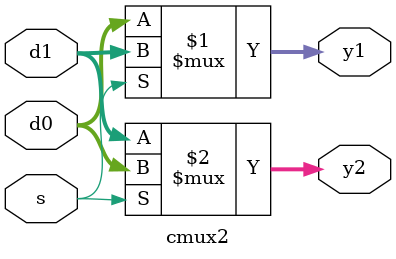
<source format=v>
`timescale 1 ns / 1 ps


module adder(input  [31:0] a, b,
             output [31:0] y);

  assign  y = a + b;
endmodule


module adderc #(parameter WIDTH = 32)
             (input  [WIDTH-1:0] a, b,
              input              cin,
              output [WIDTH-1:0] y,
              output             cout);
 
  assign  {cout, y} = a + b + cin;
endmodule

module eqcmp #(parameter WIDTH = 32)
             (input [WIDTH-1:0] a, b,
              output            eq);

  assign  eq = (a == b);
endmodule

module eqzerocmp #(parameter WIDTH = 32)
                 (input [WIDTH-1:0]  a,
                  output        eq);

  assign  eq = (a == 0);
endmodule

module neqzerocmp #(parameter WIDTH = 32)
                 (input [WIDTH-1:0]  a,
                  output        eq);

  assign  eq = (a != 0);
endmodule

module gtzerocmp #(parameter WIDTH = 32)
                 (input [WIDTH-1:0] a,
                  output       eq);

  assign  eq = ~a[WIDTH-1] & (a[WIDTH-2:0] !== 0);
endmodule

module ltzerocmp #(parameter WIDTH = 32)
                 (input [WIDTH-1:0] a,
                  output       eq);

  assign  eq = a[WIDTH-1];
endmodule

module sl2(input  [31:0] a,
           output [31:0] y);

  
  assign  y = {a[29:0], 2'b00};
endmodule


module signext #(parameter INPUT = 16, OUTPUT = 32)
               (input  [INPUT-1:0] a,
               input  enable,
               output [OUTPUT-1:0] y);
               
  wire extension;
  
  assign  extension = (enable ? a[INPUT-1] : 0);
  assign  y = {{OUTPUT-INPUT{extension}}, a};
endmodule


module floprc #(parameter WIDTH = 8)
              (input                  clk, reset, clear,
               input      [WIDTH-1:0] d, 
               output reg [WIDTH-1:0] q);

  reg [WIDTH-1:0] master;

  always @(clk, reset, d, clear)
    if (clk)  master <= reset ? 0 : (clear ? 0 : d);

  always @(clk, master)
    if (clk)  q <= master;
endmodule

module flopenrc #(parameter WIDTH = 32)
                 (input                  clk, reset,
                  input                  en, clear,
                  input      [WIDTH-1:0] d, 
                  output reg [WIDTH-1:0] q);
 
  reg [WIDTH-1:0] master;

  always @(clk, reset, en, d, q, clear)
    if (clk)  master <= reset ? 0 : (clear ? 0 : (en ? d : q));

  always @(clk, master)
    if (clk)  q <= master;
endmodule

module flopenr #(parameter WIDTH = 32)
                (input                  clk, reset,
                 input                  en,
                 input      [WIDTH-1:0] d, 
                 output reg [WIDTH-1:0] q);
 
  reg [WIDTH-1:0] master;

  always @(clk, reset, en, d, q)
    if (clk)  master <= reset ? 0 : (en ? d : q);

  always @(clk, master)
    if (clk)  q <= master;
endmodule

module flopen #(parameter WIDTH = 32)
               (input                  clk,
                input                  en,
                input      [WIDTH-1:0] d, 
                output reg [WIDTH-1:0] q);
 
  reg [WIDTH-1:0] master;

  always @(clk, en, d, q)
    if (clk)  master <= en ? d : q;

  always @(clk, master)
    if (clk)  q <= master;
endmodule

module flopr #(parameter WIDTH = 32)
              (input                  clk, reset,
               input      [WIDTH-1:0] d, 
               output reg [WIDTH-1:0] q);
 
  reg [WIDTH-1:0] master;

  always @(clk, reset, d)
    if (clk)  master <= reset ? 0 : d;

  always @(clk, master)
    if (clk)  q <= master;
endmodule


module mux2 #(parameter WIDTH = 32)
             (input  [WIDTH-1:0] d0, d1, 
              input              s, 
              output [WIDTH-1:0] y);

  assign  y = s ? d1 : d0; 
endmodule

module mux3 #(parameter WIDTH = 32)
             (input  [WIDTH-1:0] d0, d1, d2,
              input  [1:0]       s, 
              output [WIDTH-1:0] y);

  assign  y = s[1] ? d2 : (s[0] ? d1 : d0); 
endmodule

module mux4 #(parameter WIDTH = 32)
             (input  [WIDTH-1:0] d0, d1, d2, d3,
              input  [1:0]       s, 
              output [WIDTH-1:0] y);

  assign  y = s[1] ? (s[0] ? d3 : d2)
                     : (s[0] ? d1 : d0); 
endmodule

module mux5 #(parameter WIDTH = 32)
             (input  [WIDTH-1:0] d0, d1, d2, d3, d4,
             input   [2:0]  s,
                output  [WIDTH-1:0] y);

  // 101 = d4; 100 = d3; 010 = d2; 001 = d1; 000 = d0

  assign  y = s[2] ? (s[0] ? d4 : d3)
                     : (s[1] ? d2 : (s[0] ? d1 : d0));
endmodule


module dec2 (input  [1:0] x,
             output [3:0] y);

  assign  y = (x[0] ? (x[1] ? 4'b1000 : 4'b0010)
                      : (x[1] ? 4'b0100 : 4'b0001));
endmodule

module dec1 (input        x,
             output [1:0] y);

  assign  y = (x ? 2'b01 : 2'b10);
  endmodule
module and2 #(parameter WIDTH = 32)
             (input  [WIDTH-1:0] a, b,
              output [WIDTH-1:0] y);

  assign  y = a & b;
endmodule

module xor2 #(parameter WIDTH = 32)
             (input  [WIDTH-1:0] a, b,
              output [WIDTH-1:0] y);

  assign  y = a ^ b;
endmodule

module inc #(parameter WIDTH = 32)
            (input  [WIDTH-1:0] a,
             output [WIDTH-1:0] y,
             output             cout);
 
  assign  {cout, y} = a + 1'b1;
endmodule

module zerodetect #(parameter WIDTH = 32)
             (input  [WIDTH-1:0] a,
              output             y);
 
  assign  y = ~|a;
endmodule

module prienc_8 (input       [7:0]  a,
                  output reg [2:0]  y);
   always @ ( * )
    casex(a)
      // rearrange to set priority.
      8'b1xxxxxxx : y <= 3'b000;
      8'b01xxxxxx : y <= 3'b001;
      8'b001xxxxx : y <= 3'b010;
      8'b0001xxxx : y <= 3'b011;
      8'b00001xxx : y <= 3'b100;
      8'b000001xx : y <= 3'b101;
      8'b0000001x : y <= 3'b110;
      8'b00000001 : y <= 3'b111;
      default    : y <= 3'bxxx;
    endcase
endmodule

module tribuf #(parameter WIDTH = 32)
               (input en,
                input [WIDTH-1:0] a,
                output [WIDTH-1:0] y);
    wire [WIDTH-1:0] highz;
    assign highz = {WIDTH{1'bz}};
    assign  y = en ? a : highz;        
endmodule

// Complementary mux
module cmux2 #(parameter WIDTH = 32)
             (input  [WIDTH-1:0] d0, d1, 
              input              s,
              output [WIDTH-1:0] y1,
              output [WIDTH-1:0] y2);

  assign  y1 = s ? d1 : d0;
  assign  y2 = s ? d0 : d1;
endmodule



</source>
